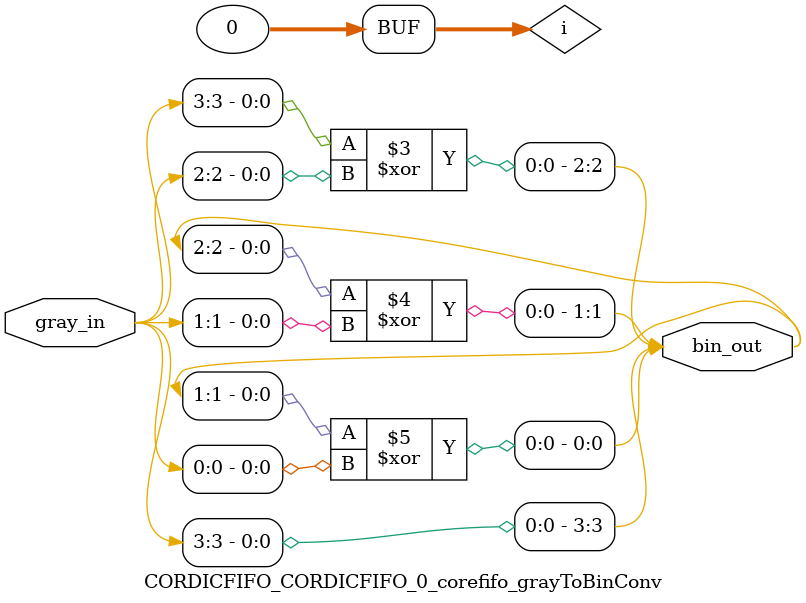
<source format=v>

`timescale 1ns / 100ps

module CORDICFIFO_CORDICFIFO_0_corefifo_grayToBinConv(
                                         gray_in,
                                         bin_out
                                        );

   // --------------------------------------------------------------------------
   // Parameter Declaration
   // --------------------------------------------------------------------------
   parameter ADDRWIDTH  = 3;
  // parameter SYNC_RESET = 0;   

   // --------------------------------------------------------------------------
   // I/O Declaration
   // --------------------------------------------------------------------------

   //--------
   // Inputs
   //--------
   input [ADDRWIDTH:0]    gray_in;

   //---------
   // Outputs
   //---------
   output [ADDRWIDTH:0] bin_out;

   // --------------------------------------------------------------------------
   // Internal signals
   // --------------------------------------------------------------------------
   reg [ADDRWIDTH:0]      bin_out;   
   integer                i;
   

   // --------------------------------------------------------------------------
   //                               Start - of - Code
   // --------------------------------------------------------------------------


   // --------------------------------------------------------------------------
   // Logic to Convert the Gray code to Binary
   // --------------------------------------------------------------------------
   always @(*) begin

      bin_out[ADDRWIDTH]  = gray_in[ADDRWIDTH];      

      for(i=ADDRWIDTH;i>0;i = i-1) begin
         bin_out[i-1]     = (bin_out[i] ^ gray_in[i-1]);
      end

   end

endmodule // corefifo_grayToBinConv

// --------------------------------------------------------------------------
//                             End - of - Code
// --------------------------------------------------------------------------

</source>
